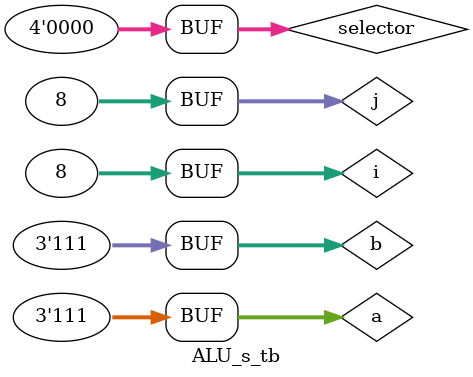
<source format=sv>
`timescale 1ns / 1ps

module ALU_s #(parameter bus = 4, bus_selector = 4)(
	input logic [bus-1:0] a, b,
	input logic [bus_selector-1:0] selector,

	output logic [bus-1:0] result,
	output logic overflow, zero, negative, carry_out
	);

// -------------------------------------------------- operations
logic [bus-1:0] add_result, sub_result, mul_result;
logic add_v, add_z, add_n, add_c;
logic sub_v, sub_z, sub_n, sub_c;
logic mul_v, mul_z, mul_n, mul_c;
logic [1:0] operation;

assign operation = selector[1:0];

adder #(bus) adder_ (a, b, operation, add_result, add_v, add_z, add_n, add_c);
adder #(bus) subtract_ (a, b, operation, sub_result, sub_v, sub_z, sub_n, sub_c);
multiplier #(bus) multiplier_ (a, b, mul_result, mul_v, mul_z, mul_n, mul_c);

// -------------------------------------------------- MUX flags
mux_4 #(4) mux_ALU_flags (
	.d0({add_v, add_z, add_n, add_c}), 	// add
	.d1({sub_v, sub_z, sub_n, sub_c}), 	// sub
	.d2({mul_v, mul_z, mul_n, mul_c}), 	// mul
	.d3({mul_v, mul_z, mul_n, mul_c}), 	// div

	.selector(operation),
	.out({overflow, zero, negative, carry_out}));

// -------------------------------------------------- fix
// 

// -------------------------------------------------- MUX operations
mux_16 #(bus) mux_ALU (
	// arithmetic
	.d00(add_result),	// add
	.d01(sub_result),	// sub
	.d02(mul_result),	// mul
	.d03(mul_result),	// div
	// logic
	.d04(a & b),			// and
	.d05(a | b),			// or
	.d06(a ^ b),			// xor
	.d07(~(a & b)),			// nand
	.d08(~(a | b)),			// nor
	.d09(~(a ^ b)),			// xnor
	.d10(~a),				// not
	// fix
	.d11(a & b),
	.d12(a & b),
	.d13(a & b),
	.d14(a & b),
	.d15(a & b),
	// unused

	.selector(selector),
	.out(result));

endmodule

// --------------------------------------------------

module ALU_s_tb;
	localparam period = 10;
	parameter bus = 3, bus_selector = 4;
	integer i, j;

	logic [bus-1:0] a;
	logic [bus-1:0] b;
	logic [bus_selector-1:0] selector;

	logic [bus-1:0] result;
	logic overflow, zero, negative, carry_out;

	ALU_s #(bus) UUT (a, b, selector, result, overflow, zero, negative, carry_out);

	initial begin
		selector = 4'd0; // add
		// selector = 4'd1; // sub
		// selector = 4'd2; // mul
		// selector = 4'd3; // div
		// selector = 4'd4; // and
		// selector = 4'd5; // or
		// selector = 4'd6; // xor
		// selector = 4'd7; // nand
		// selector = 4'd8; // nor
		// selector = 4'd9; // xnor
		for (i=0; i<(2**bus); i++) begin
			a = i;
			for (j=0; j<(2**bus); j++) begin
				b = j; #period;
			end
		end

		// selector = 4'd10; // not
		// for (i=0; i<(2**bus); i++) begin
		// 	a = i; #period;
		// end
	end

endmodule
</source>
